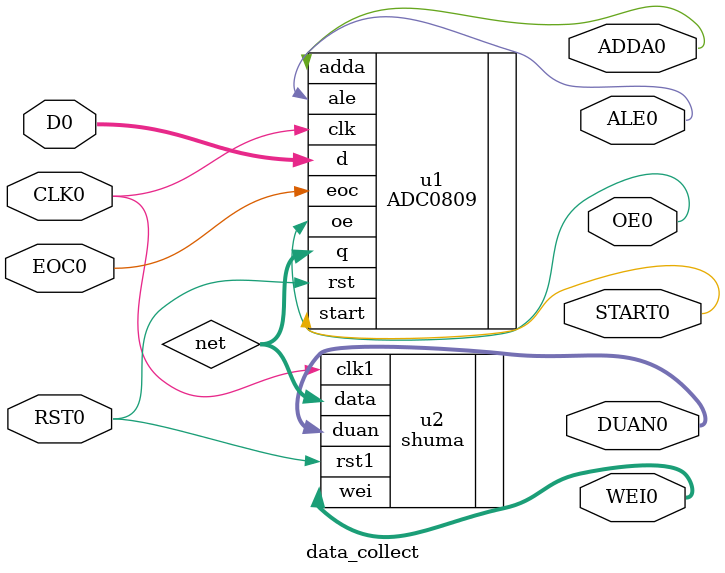
<source format=v>


module data_collect(D0, CLK0, RST0, EOC0, ALE0, START0, OE0, ADDA0, WEI0, DUAN0);
   input [7:0]  D0;
   input        CLK0;
   input        RST0;
   input        EOC0;
   output       ALE0;
   output       START0;
   output       OE0;
   output       ADDA0;
   output [5:0] WEI0;
   output [7:0] DUAN0;
   
   wire [7:0]   net;
   
   ADC0809 u1(.d(D0), .clk(CLK0), .rst(RST0), .eoc(EOC0), .ale(ALE0), .start(START0), .oe(OE0), .adda(ADDA0), .q(net));
   
   shuma u2(.clk1(CLK0), .rst1(RST0), .data(net), .wei(WEI0), .duan(DUAN0));
   
endmodule

</source>
